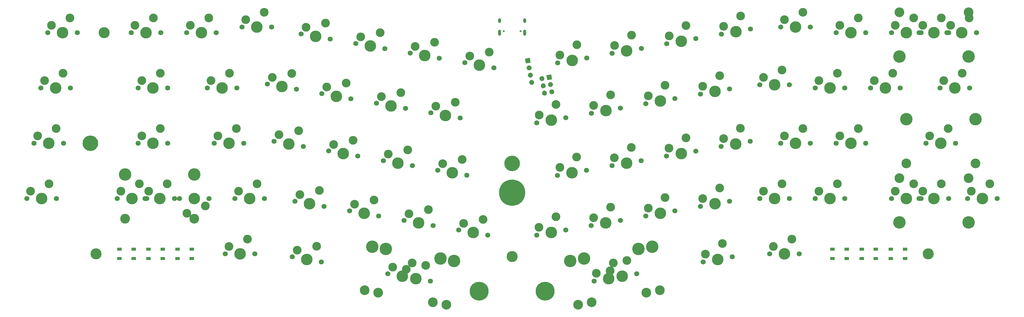
<source format=gbr>
G04 #@! TF.GenerationSoftware,KiCad,Pcbnew,(5.99.0-2612-g32a7d0025-dirty)*
G04 #@! TF.CreationDate,2020-09-25T19:26:40+02:00*
G04 #@! TF.ProjectId,BMEK_Hotswap,424d454b-5f48-46f7-9473-7761702e6b69,1*
G04 #@! TF.SameCoordinates,Original*
G04 #@! TF.FileFunction,Soldermask,Top*
G04 #@! TF.FilePolarity,Negative*
%FSLAX46Y46*%
G04 Gerber Fmt 4.6, Leading zero omitted, Abs format (unit mm)*
G04 Created by KiCad (PCBNEW (5.99.0-2612-g32a7d0025-dirty)) date 2020-09-25 19:26:40*
%MOMM*%
%LPD*%
G01*
G04 APERTURE LIST*
%ADD10C,3.987800*%
%ADD11C,3.000000*%
%ADD12C,1.750000*%
%ADD13C,3.348000*%
%ADD14C,4.287800*%
%ADD15R,1.500000X1.000000*%
%ADD16C,3.800000*%
%ADD17C,9.000000*%
%ADD18C,6.500000*%
%ADD19C,5.350000*%
%ADD20O,1.000000X1.600000*%
%ADD21O,1.000000X2.100000*%
%ADD22C,0.650000*%
G04 APERTURE END LIST*
D10*
X168172550Y-56445499D03*
D11*
X164861499Y-53282488D03*
D12*
X173175373Y-57327632D03*
X163169727Y-55563366D03*
D11*
X171556094Y-51883742D03*
D10*
X29309552Y-85090000D03*
D11*
X25499552Y-82550000D03*
D12*
X34389552Y-85090000D03*
X24229552Y-85090000D03*
D11*
X31849552Y-80010000D03*
D10*
X230439450Y-72899999D03*
D11*
X226246266Y-71060187D03*
D12*
X235442273Y-72017866D03*
X225436627Y-73782132D03*
D11*
X232058729Y-67456109D03*
D10*
X161043050Y-35844500D03*
D11*
X157731999Y-32681489D03*
D12*
X166045873Y-36726633D03*
X156040227Y-34962367D03*
D11*
X164426594Y-31282743D03*
D10*
X204548450Y-58121400D03*
D11*
X200355266Y-56281588D03*
D12*
X209551273Y-57239267D03*
X199545627Y-59003533D03*
D11*
X206167729Y-52677510D03*
D10*
X223289050Y-93504699D03*
D11*
X219095866Y-91664887D03*
D12*
X228291873Y-92622566D03*
X218286227Y-94386832D03*
D11*
X224908329Y-88060809D03*
D10*
X120452500Y-106062800D03*
D11*
X117141449Y-102899789D03*
D12*
X125455323Y-106944933D03*
X115449677Y-105180667D03*
D11*
X123836044Y-101501043D03*
D10*
X140176050Y-90196700D03*
D11*
X136864999Y-87033689D03*
D12*
X145178873Y-91078833D03*
X135173227Y-89314567D03*
D11*
X143559594Y-85634943D03*
D10*
X288513050Y-25999800D03*
D11*
X284703050Y-23459800D03*
D12*
X293593050Y-25999800D03*
X283433050Y-25999800D03*
D11*
X291053050Y-20919800D03*
D10*
X345663051Y-27940000D03*
D11*
X341853051Y-25400000D03*
D12*
X350743051Y-27940000D03*
X340583051Y-27940000D03*
D11*
X348203051Y-22860000D03*
D10*
X326613250Y-85090000D03*
D11*
X322803250Y-82550000D03*
D12*
X331693250Y-85090000D03*
X321533250Y-85090000D03*
D11*
X329153250Y-80010000D03*
D10*
X261773100Y-106062799D03*
D11*
X257579916Y-104222987D03*
D12*
X266775923Y-105180666D03*
X256770277Y-106944932D03*
D11*
X263392379Y-100618909D03*
D13*
X81806150Y-92075000D03*
X57993650Y-92075000D03*
D14*
X81806150Y-76835000D03*
X57993650Y-76835000D03*
D10*
X121415450Y-86888700D03*
D11*
X118104399Y-83725689D03*
D12*
X126418273Y-87770833D03*
X116412627Y-86006567D03*
D11*
X124798994Y-82326943D03*
D10*
X230484150Y-34204300D03*
D11*
X226290966Y-32364488D03*
D12*
X235486973Y-33322167D03*
X225481327Y-35086433D03*
D11*
X232103429Y-28760410D03*
D10*
X307563051Y-27940000D03*
D11*
X303753051Y-25400000D03*
D12*
X312643051Y-27940000D03*
X302483051Y-27940000D03*
D11*
X310103051Y-22860000D03*
D13*
X324231950Y-78105000D03*
X348044450Y-78105000D03*
D14*
X324231950Y-93345000D03*
X348044450Y-93345000D03*
D10*
X281369450Y-85089999D03*
D11*
X277559450Y-82549999D03*
D12*
X286449450Y-85089999D03*
X276289450Y-85089999D03*
D11*
X283909450Y-80009999D03*
D10*
X249244751Y-30896299D03*
D11*
X245051567Y-29056487D03*
D12*
X254247574Y-30014166D03*
X244241928Y-31778432D03*
D11*
X250864030Y-25452409D03*
D10*
X211678850Y-76208000D03*
D11*
X207485666Y-74368188D03*
D12*
X216681673Y-75325867D03*
X206676027Y-77090133D03*
D11*
X213298129Y-70764110D03*
D10*
X307563150Y-66040000D03*
D11*
X303753150Y-63500000D03*
D12*
X312643150Y-66040000D03*
X302483150Y-66040000D03*
D11*
X310103150Y-60960000D03*
D10*
X204528450Y-96812700D03*
D11*
X200335266Y-94972888D03*
D12*
X209531273Y-95930567D03*
X199525627Y-97694833D03*
D11*
X206147729Y-91368810D03*
D10*
X281369350Y-45929500D03*
D11*
X277559350Y-43389500D03*
D12*
X286449350Y-45929500D03*
X276289350Y-45929500D03*
D11*
X283909350Y-40849500D03*
D10*
X338519401Y-66040000D03*
D11*
X334709401Y-63500000D03*
D12*
X343599401Y-66040000D03*
X333439401Y-66040000D03*
D11*
X341059401Y-60960000D03*
D10*
X300419450Y-85090000D03*
D11*
X296609450Y-82550000D03*
D12*
X305499450Y-85090000D03*
X295339450Y-85090000D03*
D11*
X302959450Y-80010000D03*
D10*
X284677450Y-104140000D03*
D11*
X280867450Y-101600000D03*
D12*
X289757450Y-104140000D03*
X279597450Y-104140000D03*
D11*
X287217450Y-99060000D03*
D10*
X223309051Y-54813400D03*
D11*
X219115867Y-52973588D03*
D12*
X228311874Y-53931267D03*
X218306228Y-55695533D03*
D11*
X224928330Y-49369510D03*
D10*
X91331250Y-46990000D03*
D11*
X87521250Y-44450000D03*
D12*
X96411250Y-46990000D03*
X86251250Y-46990000D03*
D11*
X93871250Y-41910000D03*
D10*
X260830251Y-48197399D03*
D11*
X256637067Y-46357587D03*
D12*
X265833074Y-47315266D03*
X255827428Y-49079532D03*
D11*
X262449530Y-42753509D03*
D10*
X268005350Y-27588301D03*
D11*
X263812166Y-25748489D03*
D12*
X273008173Y-26706168D03*
X263002527Y-28470434D03*
D11*
X269624629Y-22144411D03*
D10*
X69899900Y-85090000D03*
D11*
X66089900Y-82550000D03*
D12*
X74979900Y-85090000D03*
X64819900Y-85090000D03*
D11*
X72439900Y-80010000D03*
D10*
X31690852Y-66040000D03*
D11*
X27880852Y-63500000D03*
D12*
X36770852Y-66040000D03*
X26610852Y-66040000D03*
D11*
X34230852Y-60960000D03*
D15*
X56010000Y-102540000D03*
X56010000Y-105740000D03*
X60910000Y-102540000D03*
X60910000Y-105740000D03*
D10*
X34072152Y-46990000D03*
D11*
X30262152Y-44450000D03*
D12*
X39152152Y-46990000D03*
X28992152Y-46990000D03*
D11*
X36612152Y-41910000D03*
D10*
X242049650Y-90196699D03*
D11*
X237856466Y-88356887D03*
D12*
X247052473Y-89314566D03*
X237046827Y-91078832D03*
D11*
X243668929Y-84752809D03*
D10*
X319469350Y-46990000D03*
D11*
X315659350Y-44450000D03*
D12*
X324549350Y-46990000D03*
X314389350Y-46990000D03*
D11*
X322009350Y-41910000D03*
D10*
X336138200Y-85090000D03*
D11*
X332328200Y-82550000D03*
D12*
X341218200Y-85090000D03*
X331058200Y-85090000D03*
D11*
X338678200Y-80010000D03*
D10*
X93712450Y-66040000D03*
D11*
X89902450Y-63500000D03*
D12*
X98792450Y-66040000D03*
X88632450Y-66040000D03*
D11*
X96252450Y-60960000D03*
D13*
X168486186Y-121625181D03*
X145035451Y-117490184D03*
D14*
X171132584Y-106616711D03*
X147681849Y-102481713D03*
D10*
X100856150Y-85090000D03*
D11*
X97046150Y-82550000D03*
D12*
X105936150Y-85090000D03*
X95776150Y-85090000D03*
D11*
X103396150Y-80010000D03*
D15*
X306162500Y-105740000D03*
X306162500Y-102540000D03*
X301262500Y-105740000D03*
X301262500Y-102540000D03*
D10*
X97548150Y-104140000D03*
D11*
X93738150Y-101600000D03*
D12*
X102628150Y-104140000D03*
X92468150Y-104140000D03*
D11*
X100088150Y-99060000D03*
D10*
X300419350Y-46990000D03*
D11*
X296609350Y-44450000D03*
D12*
X305499350Y-46990000D03*
X295339350Y-46990000D03*
D11*
X302959350Y-41910000D03*
D10*
X249200050Y-69592000D03*
D11*
X245006866Y-67752188D03*
D12*
X254202873Y-68709867D03*
X244197227Y-70474133D03*
D11*
X250819329Y-64148110D03*
D15*
X76010000Y-102540000D03*
X76010000Y-105740000D03*
X80910000Y-102540000D03*
X80910000Y-105740000D03*
X326162500Y-105740000D03*
X326162500Y-102540000D03*
X321262500Y-105740000D03*
X321262500Y-102540000D03*
D10*
X326613051Y-27940000D03*
D11*
X322803051Y-25400000D03*
D12*
X331693051Y-27940000D03*
X321533051Y-27940000D03*
D11*
X329153051Y-22860000D03*
D10*
X177697250Y-96812700D03*
D11*
X174386199Y-93649689D03*
D12*
X182700073Y-97694833D03*
X172694427Y-95930567D03*
D11*
X181080794Y-92250943D03*
D10*
X336138051Y-27940000D03*
D11*
X332328051Y-25400000D03*
D12*
X341218051Y-27940000D03*
X331058051Y-27940000D03*
D11*
X338678051Y-22860000D03*
D10*
X65137551Y-27940000D03*
D11*
X61327551Y-25400000D03*
D12*
X70217551Y-27940000D03*
X60057551Y-27940000D03*
D11*
X67677551Y-22860000D03*
D10*
X157973751Y-112678800D03*
D11*
X154662700Y-109515789D03*
D12*
X162976574Y-113560933D03*
X152970928Y-111796667D03*
D11*
X161357295Y-108117043D03*
D10*
X352806950Y-85090000D03*
D11*
X348996950Y-82550000D03*
D12*
X357886950Y-85090000D03*
X347726950Y-85090000D03*
D11*
X355346950Y-80010000D03*
D10*
X130651350Y-49829500D03*
D11*
X127340299Y-46666489D03*
D12*
X135654173Y-50711633D03*
X125648527Y-48947367D03*
D11*
X134034894Y-45267743D03*
D10*
X133007550Y-69588800D03*
D11*
X129696499Y-66425789D03*
D12*
X138010373Y-70470933D03*
X128004727Y-68706667D03*
D11*
X136391094Y-65027043D03*
D13*
X324231801Y-20955000D03*
X348044301Y-20955000D03*
D14*
X324231801Y-36195000D03*
X348044301Y-36195000D03*
D10*
X149411950Y-53137500D03*
D11*
X146100899Y-49974489D03*
D12*
X154414773Y-54019633D03*
X144409127Y-52255367D03*
D11*
X152795494Y-48575743D03*
D13*
X163796039Y-120798181D03*
X140345304Y-116663184D03*
D14*
X166442437Y-105789711D03*
X142991702Y-101654713D03*
D10*
X224252001Y-112678800D03*
D11*
X220058817Y-110838988D03*
D12*
X229254824Y-111796667D03*
X219249178Y-113560933D03*
D11*
X225871280Y-107234910D03*
D10*
X158936650Y-93504700D03*
D11*
X155625599Y-90341689D03*
D12*
X163939473Y-94386833D03*
X153933827Y-92622567D03*
D11*
X162320194Y-88942943D03*
D10*
X267960650Y-66283999D03*
D11*
X263767466Y-64444187D03*
D12*
X272963473Y-65401866D03*
X262957827Y-67166132D03*
D11*
X269579929Y-60840109D03*
D13*
X241880447Y-116663184D03*
X218429712Y-120798181D03*
D14*
X239234049Y-101654713D03*
X215783314Y-105789711D03*
D10*
X123521851Y-29228500D03*
D11*
X120210800Y-26065489D03*
D12*
X128524674Y-30110633D03*
X118519028Y-28346367D03*
D11*
X126905395Y-24666743D03*
D15*
X316162500Y-105740000D03*
X316162500Y-102540000D03*
X311262500Y-105740000D03*
X311262500Y-102540000D03*
D10*
X153283604Y-111851800D03*
D11*
X149972553Y-108688789D03*
D12*
X158286427Y-112733933D03*
X148280781Y-110969667D03*
D11*
X156667148Y-107290043D03*
D10*
X67518750Y-66040000D03*
D11*
X63708750Y-63500000D03*
D12*
X72598750Y-66040000D03*
X62438750Y-66040000D03*
D11*
X70058750Y-60960000D03*
D10*
X103237551Y-25999801D03*
D11*
X99427551Y-23459801D03*
D12*
X108317551Y-25999801D03*
X98157551Y-25999801D03*
D11*
X105777551Y-20919801D03*
D10*
X114246950Y-66280800D03*
D11*
X110935899Y-63117789D03*
D12*
X119249773Y-67162933D03*
X109244127Y-65398667D03*
D11*
X117630494Y-61719043D03*
D13*
X237190301Y-117490184D03*
X213739566Y-121625181D03*
D14*
X234543903Y-102481713D03*
X211093168Y-106616711D03*
D10*
X170528750Y-76204800D03*
D11*
X167217699Y-73041789D03*
D12*
X175531573Y-77086933D03*
X165525927Y-75322667D03*
D11*
X173912294Y-71643043D03*
D10*
X228942147Y-111851800D03*
D11*
X224748963Y-110011988D03*
D12*
X233944970Y-110969667D03*
X223939324Y-112733933D03*
D11*
X230561426Y-106407910D03*
D10*
X67518750Y-46990000D03*
D11*
X63708750Y-44450000D03*
D12*
X72598750Y-46990000D03*
X62438750Y-46990000D03*
D11*
X70058750Y-41910000D03*
D10*
X36453451Y-27940000D03*
D11*
X32643451Y-25400000D03*
D12*
X41533451Y-27940000D03*
X31373451Y-27940000D03*
D11*
X38993451Y-22860000D03*
D10*
X60375000Y-85090000D03*
D11*
X56565000Y-82550000D03*
D12*
X65455000Y-85090000D03*
X55295000Y-85090000D03*
D11*
X62915000Y-80010000D03*
D10*
X211723551Y-37512300D03*
D11*
X207530367Y-35672488D03*
D12*
X216726374Y-36630167D03*
X206720728Y-38394433D03*
D11*
X213342830Y-32068410D03*
D10*
X142282451Y-32536500D03*
D11*
X138971400Y-29373489D03*
D12*
X147285274Y-33418633D03*
X137279628Y-31654367D03*
D11*
X145665995Y-27974743D03*
D10*
X111890775Y-46521500D03*
D11*
X108579724Y-43358489D03*
D12*
X116893598Y-47403633D03*
X106887952Y-45639367D03*
D11*
X115274319Y-41959743D03*
D10*
X151768150Y-72896800D03*
D11*
X148457099Y-69733789D03*
D12*
X156770973Y-73778933D03*
X146765327Y-72014667D03*
D11*
X155151694Y-68335043D03*
D10*
X179803650Y-39152500D03*
D11*
X176492599Y-35989489D03*
D12*
X184806473Y-40034633D03*
X174800827Y-38270367D03*
D11*
X183187194Y-34590743D03*
D16*
X48020000Y-104140000D03*
X191060000Y-105090000D03*
X334200000Y-104140000D03*
X50800000Y-27940000D03*
D17*
X191060000Y-83090000D03*
D18*
X202460000Y-117050000D03*
D19*
X191060000Y-72960000D03*
X46080000Y-66040000D03*
D18*
X179760000Y-117050000D03*
D10*
X288513150Y-66039999D03*
D11*
X284703150Y-63499999D03*
D12*
X293593150Y-66039999D03*
X283433150Y-66039999D03*
D11*
X291053150Y-60959999D03*
D13*
X350425651Y-73025000D03*
X326613151Y-73025000D03*
D14*
X350425651Y-57785000D03*
X326613151Y-57785000D03*
D10*
X84187551Y-27940000D03*
D11*
X80377551Y-25400000D03*
D12*
X89267551Y-27940000D03*
X79107551Y-27940000D03*
D11*
X86727551Y-22860000D03*
D10*
X260810250Y-86888699D03*
D11*
X256617066Y-85048887D03*
D12*
X265813073Y-86006566D03*
X255807427Y-87770832D03*
D11*
X262429529Y-81444809D03*
D10*
X242069651Y-51505399D03*
D11*
X237876467Y-49665587D03*
D12*
X247072474Y-50623266D03*
X237066828Y-52387532D03*
D11*
X243688930Y-46061509D03*
D15*
X66010000Y-102540000D03*
X66010000Y-105740000D03*
X70910000Y-102540000D03*
X70910000Y-105740000D03*
D10*
X343281850Y-46990000D03*
D11*
X339471850Y-44450000D03*
D12*
X348361850Y-46990000D03*
X338201850Y-46990000D03*
D11*
X345821850Y-41910000D03*
D10*
X81806250Y-85090000D03*
D11*
X85616250Y-87630000D03*
D12*
X76726250Y-85090000D03*
X86886250Y-85090000D03*
D11*
X79266250Y-90170000D03*
G36*
G01*
X198632720Y-44923722D02*
X198632720Y-44923722D01*
G75*
G02*
X197943234Y-45908410I-837087J-147601D01*
G01*
X197943234Y-45908410D01*
G75*
G02*
X196958546Y-45218924I-147601J837087D01*
G01*
X196958546Y-45218924D01*
G75*
G02*
X197648032Y-44234236I837087J147601D01*
G01*
X197648032Y-44234236D01*
G75*
G02*
X198632720Y-44923722I147601J-837087D01*
G01*
G37*
G36*
G01*
X198191654Y-42422310D02*
X198191654Y-42422310D01*
G75*
G02*
X197502168Y-43406998I-837087J-147601D01*
G01*
X197502168Y-43406998D01*
G75*
G02*
X196517480Y-42717512I-147601J837087D01*
G01*
X196517480Y-42717512D01*
G75*
G02*
X197206966Y-41732824I837087J147601D01*
G01*
X197206966Y-41732824D01*
G75*
G02*
X198191654Y-42422310I147601J-837087D01*
G01*
G37*
G36*
G01*
X197750587Y-39920899D02*
X197750587Y-39920899D01*
G75*
G02*
X197061101Y-40905587I-837087J-147601D01*
G01*
X197061101Y-40905587D01*
G75*
G02*
X196076413Y-40216101I-147601J837087D01*
G01*
X196076413Y-40216101D01*
G75*
G02*
X196765899Y-39231413I837087J147601D01*
G01*
X196765899Y-39231413D01*
G75*
G02*
X197750587Y-39920899I147601J-837087D01*
G01*
G37*
G36*
X197161920Y-36582400D02*
G01*
X197457122Y-38256574D01*
X195782948Y-38551776D01*
X195487746Y-36877602D01*
X197161920Y-36582400D01*
G37*
D20*
X195388500Y-23790000D03*
X186748500Y-23790000D03*
D21*
X195388500Y-27970000D03*
X186748500Y-27970000D03*
D22*
X188178500Y-27440000D03*
X193958500Y-27440000D03*
G36*
G01*
X203052808Y-48603289D02*
X203052808Y-48603289D01*
G75*
G02*
X202363322Y-49587977I-837087J-147601D01*
G01*
X202363322Y-49587977D01*
G75*
G02*
X201378634Y-48898491I-147601J837087D01*
G01*
X201378634Y-48898491D01*
G75*
G02*
X202068120Y-47913803I837087J147601D01*
G01*
X202068120Y-47913803D01*
G75*
G02*
X203052808Y-48603289I147601J-837087D01*
G01*
G37*
G36*
G01*
X205554220Y-48162222D02*
X205554220Y-48162222D01*
G75*
G02*
X204864734Y-49146910I-837087J-147601D01*
G01*
X204864734Y-49146910D01*
G75*
G02*
X203880046Y-48457424I-147601J837087D01*
G01*
X203880046Y-48457424D01*
G75*
G02*
X204569532Y-47472736I837087J147601D01*
G01*
X204569532Y-47472736D01*
G75*
G02*
X205554220Y-48162222I147601J-837087D01*
G01*
G37*
G36*
G01*
X202611742Y-46101877D02*
X202611742Y-46101877D01*
G75*
G02*
X201922256Y-47086565I-837087J-147601D01*
G01*
X201922256Y-47086565D01*
G75*
G02*
X200937568Y-46397079I-147601J837087D01*
G01*
X200937568Y-46397079D01*
G75*
G02*
X201627054Y-45412391I837087J147601D01*
G01*
X201627054Y-45412391D01*
G75*
G02*
X202611742Y-46101877I147601J-837087D01*
G01*
G37*
G36*
G01*
X205113153Y-45660811D02*
X205113153Y-45660811D01*
G75*
G02*
X204423667Y-46645499I-837087J-147601D01*
G01*
X204423667Y-46645499D01*
G75*
G02*
X203438979Y-45956013I-147601J837087D01*
G01*
X203438979Y-45956013D01*
G75*
G02*
X204128465Y-44971325I837087J147601D01*
G01*
X204128465Y-44971325D01*
G75*
G02*
X205113153Y-45660811I147601J-837087D01*
G01*
G37*
G36*
G01*
X202170675Y-43600465D02*
X202170675Y-43600465D01*
G75*
G02*
X201481189Y-44585153I-837087J-147601D01*
G01*
X201481189Y-44585153D01*
G75*
G02*
X200496501Y-43895667I-147601J837087D01*
G01*
X200496501Y-43895667D01*
G75*
G02*
X201185987Y-42910979I837087J147601D01*
G01*
X201185987Y-42910979D01*
G75*
G02*
X202170675Y-43600465I147601J-837087D01*
G01*
G37*
G36*
X204524486Y-42322312D02*
G01*
X204819688Y-43996486D01*
X203145514Y-44291688D01*
X202850312Y-42617514D01*
X204524486Y-42322312D01*
G37*
M02*

</source>
